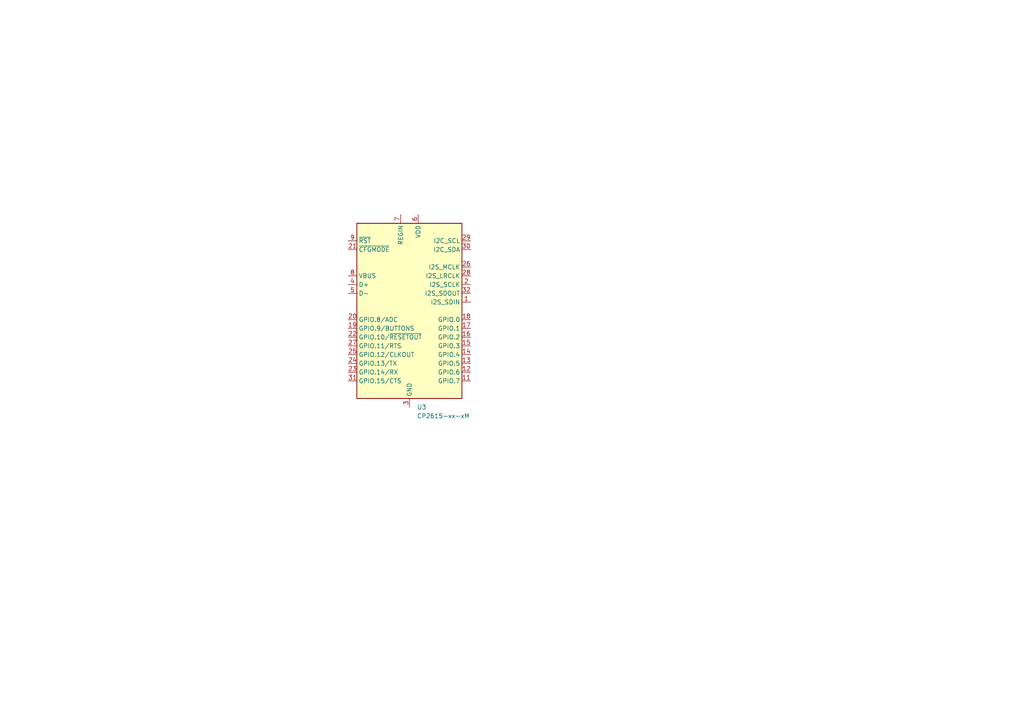
<source format=kicad_sch>
(kicad_sch (version 20231120) (generator "eeschema") (generator_version "8.0")
  (paper "A4")
  (lib_symbols
    (symbol "Interface_USB:CP2615-xx-xM"
      (property "Reference" "U" (at -15.24 27.94 0))
      (property "Value" "CP2615-xx-xM" (at 2.54 -27.94 0))
      (symbol "CP2615-xx-xM_0_0"
        (pin input line (at 17.78 2.54 180) (length 2.54) (name "I2S_SDIN") (number "1"))
        (pin no_connect line (at -15.24 15.24 0) (length 2.54) hide (name "NC") (number "10"))
        (pin bidirectional line (at 17.78 -20.32 180) (length 2.54) (name "GPIO.7") (number "11"))
        (pin bidirectional line (at 17.78 -17.78 180) (length 2.54) (name "GPIO.6") (number "12"))
        (pin output line (at 17.78 7.62 180) (length 2.54) (name "I2S_SCLK") (number "2"))
        (pin input line (at -17.78 17.78 0) (length 2.54) (name "~{CFGMODE}") (number "21"))
        (pin bidirectional line (at -17.78 -7.62 0) (length 2.54) (name "GPIO.10/~{RESETOUT}") (number "22"))
        (pin bidirectional line (at -17.78 -17.78 0) (length 2.54) (name "GPIO.14/RX") (number "23"))
        (pin bidirectional line (at -17.78 -15.24 0) (length 2.54) (name "GPIO.13/TX") (number "24"))
        (pin bidirectional line (at -17.78 -12.7 0) (length 2.54) (name "GPIO.12/CLKOUT") (number "25"))
        (pin output line (at 17.78 12.7 180) (length 2.54) (name "I2S_MCLK") (number "26"))
        (pin bidirectional line (at -17.78 -10.16 0) (length 2.54) (name "GPIO.11/RTS") (number "27"))
        (pin output line (at 17.78 10.16 180) (length 2.54) (name "I2S_LRCLK") (number "28"))
        (pin bidirectional line (at 17.78 20.32 180) (length 2.54) (name "I2C_SCL") (number "29"))
        (pin power_in line (at 0 -27.94 90) (length 2.54) (name "GND") (number "3"))
        (pin bidirectional line (at 17.78 17.78 180) (length 2.54) (name "I2C_SDA") (number "30"))
        (pin bidirectional line (at -17.78 -20.32 0) (length 2.54) (name "GPIO.15/CTS") (number "31"))
        (pin output line (at 17.78 5.08 180) (length 2.54) (name "I2S_SDOUT") (number "32"))
        (pin bidirectional line (at -17.78 7.62 0) (length 2.54) (name "D+") (number "4"))
        (pin bidirectional line (at -17.78 5.08 0) (length 2.54) (name "D-") (number "5"))
        (pin power_in line (at 2.54 27.94 270) (length 2.54) (name "VDD") (number "6"))
        (pin power_in line (at -2.54 27.94 270) (length 2.54) (name "REGIN") (number "7"))
        (pin input line (at -17.78 10.16 0) (length 2.54) (name "VBUS") (number "8"))
        (pin bidirectional line (at -17.78 20.32 0) (length 2.54) (name "~{RST}") (number "9"))
      )
      (symbol "CP2615-xx-xM_0_1"
        (rectangle (start -15.24 -25.4) (end 15.24 25.4) (stroke (width 0.254)) (fill (type background)))
      )
      (symbol "CP2615-xx-xM_1_1"
        (pin bidirectional line (at 17.78 -15.24 180) (length 2.54) (name "GPIO.5") (number "13"))
        (pin bidirectional line (at 17.78 -12.7 180) (length 2.54) (name "GPIO.4") (number "14"))
        (pin bidirectional line (at 17.78 -10.16 180) (length 2.54) (name "GPIO.3") (number "15"))
        (pin bidirectional line (at 17.78 -7.62 180) (length 2.54) (name "GPIO.2") (number "16"))
        (pin bidirectional line (at 17.78 -5.08 180) (length 2.54) (name "GPIO.1") (number "17"))
        (pin bidirectional line (at 17.78 -2.54 180) (length 2.54) (name "GPIO.0") (number "18"))
        (pin bidirectional line (at -17.78 -5.08 0) (length 2.54) (name "GPIO.9/BUTTONS") (number "19"))
        (pin bidirectional line (at -17.78 -2.54 0) (length 2.54) (name "GPIO.8/ADC") (number "20"))
        (pin passive line (at 0 -27.94 90) (length 2.54) hide (name "GND") (number "33"))
      )
    )
  )
  (symbol (lib_id "Interface_USB:CP2615-xx-xM") (at 118.745 90.17 0) (unit 1)
    (property "Reference" "U3" (at 120.9391 118.11 0) (effects (justify left)))
    (property "Value" "CP2615-xx-xM" (at 120.9391 120.65 0) (effects (justify left)))
    (property "Footprint" "Package_DFN_QFN:QFN-32-1EP_5x5mm_P0.5mm_EP3.3x3.3mm" (effects (hide yes)))
    (property "Datasheet" "https://www.silabs.com/documents/public/data-sheets/cp2615-datasheet.pdf" (effects (hide yes)))
    (property "Description" "USB to I2S bridge, USB 1.0 Audio Class, QFN-32" (effects (hide yes)))
  )
)
</source>
